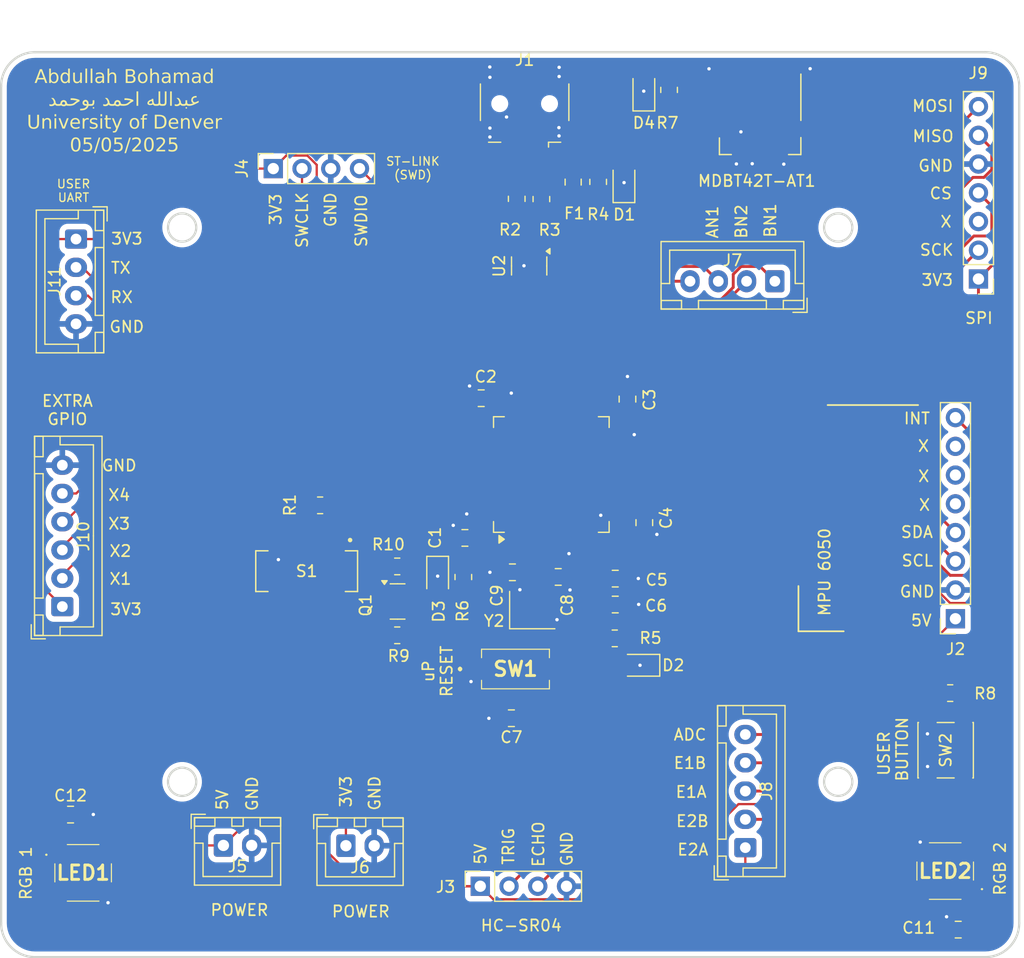
<source format=kicad_pcb>
(kicad_pcb (version 20241229) (generator "pcbnew") (generator_version "9.0")
  (layers (0 "F.Cu" signal) (2 "B.Cu" signal) (13 "F.Paste" user) (15 "B.Paste" user) (5 "F.SilkS" user "F.Silkscreen") (7 "B.SilkS" user "B.Silkscreen") (1 "F.Mask" user) (3 "B.Mask" user) (25 "Edge.Cuts" user))
  (net 0 "")
  (net 2 "/PS2_SCK")
  (net 3 "/PS2_MISO")
  (net 5 "/PS2_CS")
  (net 6 "/PS2_MOSI")
  (net 7 "Net-(U1-PA1)")
  (net 9 "/X4")
  (net 10 "/X3")
  (net 11 "/X1")
  (net 12 "/X2")
  (net 13 "/USER_TX")
  (net 16 "/USER_RX")
  (net 21 "/RESET")
  (net 28 "+3V3")
  (net 29 "GND")
  (net 33 "Net-(R1-Pad2)")
  (net 34 "/BOOT")
  (net 35 "/OSC_OUT")
  (net 36 "/OSC_IN")
  (net 37 "Net-(D1-A)")
  (net 39 "/D+")
  (net 40 "/D-")
  (net 41 "Net-(J1-VBUS)")
  (net 42 "/USB_CONN_D+")
  (net 43 "/USB_CONN_D-")
  (net 44 "Vusb")
  (net 45 "/USB_D+")
  (net 46 "/USB_D-")
  (net 47 "Net-(D2-A)")
  (net 48 "Net-(D3-A)")
  (net 49 "/USER_LED")
  (net 51 "+5V")
  (net 52 "/IMU_INT")
  (net 54 "/IMU_I2C_SCL")
  (net 56 "/IMU_I2C_SDA")
  (net 65 "Net-(D4-A)")
  (net 66 "/BL_WAKEUP")
  (net 67 "/BL_RX")
  (net 68 "/BL_TX")
  (net 69 "Net-(MDBT42T-AT1-INDICATOR)")
  (net 70 "/ULTRA_TRIG")
  (net 71 "/ULTRA_ECHO")
  (net 72 "/SWCLK")
  (net 73 "/SWDIO")
  (net 74 "/uBUTTON")
  (net 75 "/BN1")
  (net 76 "/AN1")
  (net 77 "/AN2")
  (net 78 "/BN2")
  (net 79 "/E2A")
  (net 80 "/E2B")
  (net 81 "/E1A")
  (net 82 "/E1B")
  (net 83 "/PWR_ADC")
  (net 84 "Net-(LED1-DOUT)")
  (net 85 "Net-(LED1-DIN)")
  (net 87 "/RGB_DIN")
  (footprint "Resistor_SMD:R_0805_2012Metric_Pad1.20x1.40mm_HandSolder" (layer "F.Cu") (at 137.68 42.715 -90)
    (property "Reference" "R2")
    (property "Value" "22")
  )
  (footprint "Package_QFP:LQFP-64_10x10mm_P0.5mm" (layer "F.Cu") (at 140.74 67.085 90)
    (property "Reference" "U1" (hide yes))
    (property "Value" "STM32F103RCTx")
  )
  (footprint "Resistor_SMD:R_0805_2012Metric_Pad1.20x1.40mm_HandSolder" (layer "F.Cu") (at 127.1175 81.3 180)
    (property "Reference" "R9")
    (property "Value" "10k")
  )
  (footprint "Resistor_SMD:R_0805_2012Metric_Pad1.20x1.40mm_HandSolder" (layer "F.Cu") (at 139.86 42.735 90)
    (property "Reference" "R3")
    (property "Value" "22")
  )
  (footprint "Capacitor_SMD:C_0805_2012Metric_Pad1.18x1.45mm_HandSolder" (layer "F.Cu") (at 98.2375 97.15)
    (property "Reference" "C12")
    (property "Value" "0.1uF")
  )
  (footprint "Connector_JST:JST_XH_B2B-XH-A_1x02_P2.50mm_Vertical" (layer "F.Cu") (at 122.58 99.9)
    (property "Reference" "J6")
    (property "Value" "CONN_3V3")
  )
  (footprint "Connector_PinHeader_2.54mm:PinHeader_1x07_P2.54mm_Vertical" (layer "F.Cu") (at 178.5 49.8 180)
    (property "Reference" "J9")
    (property "Value" "CONN_PS2")
  )
  (footprint "Connector_JST:JST_XH_B5B-XH-A_1x05_P2.50mm_Vertical" (layer "F.Cu") (at 157.89 100.07 90)
    (property "Reference" "J8")
    (property "Value" "CONN_HAL")
  )
  (footprint "Connector_PinSocket_2.54mm:PinSocket_1x08_P2.54mm_Vertical" (layer "F.Cu") (at 176.465 79.835 180)
    (property "Reference" "J2")
    (property "Value" "CONN_MPU6050")
  )
  (footprint "LED_SMD:LED_0805_2012Metric_Pad1.15x1.40mm_HandSolder" (layer "F.Cu") (at 148.92 33.085 90)
    (property "Reference" "D4")
    (property "Value" "BL_IND_LED")
  )
  (footprint "Package_TO_SOT_SMD:SOT-23" (layer "F.Cu") (at 127.1475 78.31)
    (property "Reference" "Q1")
    (property "Value" "BSS138")
  )
  (footprint "LED_SMD:LED_0805_2012Metric_Pad1.15x1.40mm_HandSolder" (layer "F.Cu") (at 130.69 76.18 -90)
    (property "Reference" "D3")
    (property "Value" "USER_LED")
  )
  (footprint "Resistor_SMD:R_0805_2012Metric_Pad1.20x1.40mm_HandSolder" (layer "F.Cu") (at 146.3475 81.57)
    (property "Reference" "R5")
    (property "Value" "10k")
  )
  (footprint "RGB_LED:INPI55TATPRPGPB" (layer "F.Cu") (at 99.35 102.3)
    (property "Reference" "LED1")
    (property "Value" "IN-PI55TATPRPGPB" (hide yes))
  )
  (footprint "Fuse:Fuse_0805_2012Metric_Pad1.15x1.40mm_HandSolder" (layer "F.Cu") (at 142.67 41.235 -90)
    (property "Reference" "F1")
    (property "Value" "PTCSMD")
  )
  (footprint "Capacitor_SMD:C_0805_2012Metric_Pad1.18x1.45mm_HandSolder" (layer "F.Cu") (at 137.3 75.73 180)
    (property "Reference" "C9")
    (property "Value" "22pF")
  )
  (footprint "Resistor_SMD:R_0805_2012Metric_Pad1.20x1.40mm_HandSolder" (layer "F.Cu") (at 127.1175 75.21 180)
    (property "Reference" "R10")
    (property "Value" "10k")
  )
  (footprint "Connector_PinSocket_2.54mm:PinSocket_1x04_P2.54mm_Vertical" (layer "F.Cu") (at 116.16 40.04 90)
    (property "Reference" "J4")
    (property "Value" "CONN_SWD")
  )
  (footprint "Resistor_SMD:R_0805_2012Metric_Pad1.20x1.40mm_HandSolder" (layer "F.Cu") (at 176 86.41)
    (property "Reference" "R8")
    (property "Value" "10k")
  )
  (footprint "Connector_JST:JST_XH_B4B-XH-A_1x04_P2.50mm_Vertical" (layer "F.Cu") (at 98.72 46.27 -90)
    (property "Reference" "J11")
    (property "Value" "CONN_UART")
  )
  (footprint "MDBT42T-AT:MDBT42T" (layer "F.Cu") (at 159.2 33.2)
    (property "Reference" "MDBT42T-AT1" (hide yes))
    (property "Value" "MDBT42T-AT" (hide yes))
  )
  (footprint "Capacitor_SMD:C_0805_2012Metric_Pad1.18x1.45mm_HandSolder" (layer "F.Cu") (at 134.54 60.34 180)
    (property "Reference" "C2")
    (property "Value" "0.1uF")
  )
  (footprint "Resistor_SMD:R_0805_2012Metric_Pad1.20x1.40mm_HandSolder" (layer "F.Cu") (at 132.96 76.15 -90)
    (property "Reference" "R6")
    (property "Value" "10k")
  )
  (footprint "Resistor_SMD:R_0805_2012Metric_Pad1.20x1.40mm_HandSolder" (layer "F.Cu") (at 151.15 33.085 90)
    (property "Reference" "R7")
    (property "Value" "10k")
  )
  (footprint "Capacitor_SMD:C_0805_2012Metric_Pad1.18x1.45mm_HandSolder" (layer "F.Cu") (at 148.96 71.34 -90)
    (property "Reference" "C4")
    (property "Value" "0.1uF")
  )
  (footprint "Package_TO_SOT_SMD:SOT-23-6" (layer "F.Cu") (at 138.78 48.6475 -90)
    (property "Reference" "U2")
    (property "Value" "USBLC6-2SC6")
  )
  (footprint "Capacitor_SMD:C_0805_2012Metric_Pad1.18x1.45mm_HandSolder" (layer "F.Cu") (at 146.39 76.29)
    (property "Reference" "C5")
    (property "Value" "0.1uF")
  )
  (footprint "Connector_PinSocket_2.54mm:PinSocket_1x04_P2.54mm_Vertical" (layer "F.Cu") (at 134.46 103.485 90)
    (property "Reference" "J3")
    (property "Value" "CONN_ULTRA")
  )
  (footprint "Connector_JST:JST_XH_B4B-XH-A_1x04_P2.50mm_Vertical" (layer "F.Cu") (at 160.5 50 180)
    (property "Reference" "J7")
    (property "Value" "CONN_DRIVE")
  )
  (footprint "Crystal:Crystal_SMD_Abracon_ABM8G-4Pin_3.2x2.5mm" (layer "F.Cu") (at 139.0525 79.07)
    (property "Reference" "Y2")
    (property "Value" "16MHz")
  )
  (footprint "SW_uP_Reset:SW_uP_Reset" (layer "F.Cu") (at 137.57 84.28)
    (property "Reference" "SW1")
    (property "Value" "SW_uP_Reset" (hide yes))
  )
  (footprint "Capacitor_SMD:C_0805_2012Metric_Pad1.18x1.45mm_HandSolder" (layer "F.Cu") (at 146.39 78.58)
    (property "Reference" "C6")
    (property "Value" "10uF")
  )
  (footprint "Connector_JST:JST_XH_B2B-XH-A_1x02_P2.50mm_Vertical" (layer "F.Cu") (at 111.75 99.875)
    (property "Reference" "J5")
    (property "Value" "CONN_5V")
  )
  (footprint "LED_SMD:LED_0805_2012Metric_Pad1.15x1.40mm_HandSolder" (layer "F.Cu") (at 148.4675 83.95 180)
    (property "Reference" "D2")
    (property "Value" "uP_PWR_LED")
  )
  (footprint "Capacitor_SMD:C_0805_2012Metric_Pad1.18x1.45mm_HandSolder" (layer "F.Cu") (at 133.1 72.69 180)
    (property "Reference" "C1")
    (property "Value" "0.1uF")
  )
  (footprint "RGB_LED:INPI55TATPRPGPB" (layer "F.Cu") (at 175.56 102.14 180)
    (property "Reference" "LED2")
    (property "Value" "IN-PI55TATPRPGPB" (hide yes))
  )
  (footprint "Capacitor_SMD:C_0805_2012Metric_Pad1.18x1.45mm_HandSolder" (layer "F.Cu") (at 141.35 76.14)
    (property "Reference" "C8")
    (property "Value" "22pF")
  )
  (footprint "Resistor_SMD:R_0805_2012Metric_Pad1.20x1.40mm_HandSolder" (layer "F.Cu") (at 120.3 69.81 180)
    (property "Reference" "R1")
    (property "Value" "10k")
  )
  (footprint "Connector_JST:JST_XH_B6B-XH-A_1x06_P2.50mm_Vertical" (layer "F.Cu") (at 97.51 78.76 90)
    (property "Reference" "J10")
    (property "Value" "CONN_TRACK")
  )
  (footprint "Capacitor_SMD:C_0805_2012Metric_Pad1.18x1.45mm_HandSolder" (layer "F.Cu") (at 147.47 60.42 90)
    (property "Reference" "C3")
    (property "Value" "0.1uF")
  )
  (footprint "Button_Switch_SMD:SW_SPST_PTS647_Sx50" (layer "F.Cu") (at 175.6 91.46 -90)
    (property "Reference" "SW2")
    (property "Value" "SW_USER")
  )
  (footprint "LED_SMD:LED_0805_2012Metric_Pad1.15x1.40mm_HandSolder" (layer "F.Cu") (at 147.16 41.185 90)
    (property "Reference" "D1")
    (property "Value" "USB_PWR_LED")
  )
  (footprint "SW_uP_Boot:SW_uP_Boot" (layer "F.Cu") (at 119.11 75.63 180)
    (property "Reference" "S1")
    (property "Value" "JS202011SCQN")
  )
  (footprint "Capacitor_SMD:C_0805_2012Metric_Pad1.18x1.45mm_HandSolder" (layer "F.Cu") (at 176.71 107.32 180)
    (property "Reference" "C11")
    (property "Value" "0.1uF")
  )
  (footprint "Connector_USB:USB_Mini-B_Lumberg_2486_01_Horizontal" (layer "F.Cu") (at 138.38 34.3 180)
    (property "Reference" "J1")
    (property "Value" "USB_B_Mini")
  )
  (footprint "Capacitor_SMD:C_0805_2012Metric_Pad1.18x1.45mm_HandSolder" (layer "F.Cu") (at 137.21 88.63 180)
    (property "Reference" "C7")
    (property "Value" "0.01uF")
  )
  (footprint "Resistor_SMD:R_0805_2012Metric_Pad1.20x1.40mm_HandSolder" (layer "F.Cu") (at 144.88 41.215 90)
    (property "Reference" "R4")
    (property "Value" "10k")
  )
  (gr_line (start 162.585 80.945) (end 166.585 80.945) (stroke (width 0.15)) (layer "F.SilkS"))
  (gr_line (start 162.585 80.945) (end 162.585 76.945) (stroke (width 0.15)) (layer "F.SilkS"))
  (gr_line (start 173.165 60.945) (end 165.165 60.945) (stroke (width 0.15)) (layer "F.SilkS"))
  (gr_arc (start 179.1 29.750001) (mid 181.22132 30.628681) (end 182.1 32.750001) (stroke (width 0.2)) (layer "Edge.Cuts"))
  (gr_arc (start 182.1 106.750001) (mid 181.22132 108.871321) (end 179.1 109.750001) (stroke (width 0.2)) (layer "Edge.Cuts"))
  (gr_line (start 179.1 29.750001) (end 95.100001 29.750001) (stroke (width 0.2)) (layer "Edge.Cuts"))
  (gr_circle (center 108.1 94.250001) (end 109.35 94.250001) (stroke (width 0.2)) (fill no) (layer "Edge.Cuts"))
  (gr_circle (center 108.1 45.250001) (end 109.35 45.250001) (stroke (width 0.2)) (fill no) (layer "Edge.Cuts"))
  (gr_line (start 179.1 109.750001) (end 95.100001 109.750001) (stroke (width 0.2)) (layer "Edge.Cuts"))
  (gr_arc (start 95.100001 109.750001) (mid 92.97868 108.871321) (end 92.1 106.75) (stroke (width 0.2)) (layer "Edge.Cuts"))
  (gr_arc (start 92.1 32.750002) (mid 92.97868 30.628681) (end 95.100001 29.750001) (stroke (width 0.2)) (layer "Edge.Cuts"))
  (gr_line (start 182.1 106.750001) (end 182.1 32.750001) (stroke (width 0.2)) (layer "Edge.Cuts"))
  (gr_circle (center 166.1 94.250001) (end 167.35 94.250001) (stroke (width 0.2)) (fill no) (layer "Edge.Cuts"))
  (gr_circle (center 166.1 45.250001) (end 167.35 45.250001) (stroke (width 0.2)) (fill no) (layer "Edge.Cuts"))
  (gr_line (start 92.1 106.75) (end 92.1 32.750002) (stroke (width 0.2)) (layer "Edge.Cuts"))
  (gr_text "5V" (at 111.65 95.84 90) (layer "F.SilkS") (effects (font (size 1 1))))
  (gr_text "X2" (at 102.65 73.85 0) (layer "F.SilkS") (effects (font (size 1 1))))
  (gr_text "ECHO" (at 139.6 99.77 90) (layer "F.SilkS") (effects (font (size 1 1))))
  (gr_text "E1B" (at 153 92.59 0) (layer "F.SilkS") (effects (font (size 1 1))))
  (gr_text "AN1" (at 154.98 44.77 90) (layer "F.SilkS") (effects (font (size 1 1))))
  (gr_text "X" (at 173.73 69.78 0) (layer "F.SilkS") (effects (font (size 1 1))))
  (gr_text "GND" (at 121.22 43.68 90) (layer "F.SilkS") (effects (font (size 1 1))))
  (gr_text "MOSI" (at 174.46 34.51 0) (layer "F.SilkS") (effects (font (size 1 1))))
  (gr_text "3V3" (at 103.22 46.24 0) (layer "F.SilkS") (effects (font (size 1 1))))
  (gr_text "E2A" (at 153.25 100.25 0) (layer "F.SilkS") (effects (font (size 1 1))))
  (gr_text "TX" (at 102.68 48.82 0) (layer "F.SilkS") (effects (font (size 1 1))))
  (gr_text "GND" (at 103.21 54.03 0) (layer "F.SilkS") (effects (font (size 1 1))))
  (gr_text "HC-SR04" (at 138.08 106.96 0) (layer "F.SilkS") (effects (font (size 1 1))))
  (gr_text "3V3" (at 116.37 43.65 90) (layer "F.SilkS") (effects (font (size 1 1))))
  (gr_text "E1A" (at 153.1 95.15 0) (layer "F.SilkS") (effects (font (size 1 1))))
  (gr_text "X" (at 175.63 44.74 0) (layer "F.SilkS") (effects (font (size 1 1))))
  (gr_text "RX" (at 102.75 51.41 0) (layer "F.SilkS") (effects (font (size 1 1))))
  (gr_text "X4" (at 102.54 68.9 0) (layer "F.SilkS") (effects (font (size 1 1))))
  (gr_text "SCL" (at 173.1 74.7 0) (layer "F.SilkS") (effects (font (size 1 1))))
  (gr_text "SDA" (at 173.06 72.18 0) (layer "F.SilkS") (effects (font (size 1 1))))
  (gr_text "POWER" (at 123.9 105.72 0) (layer "F.SilkS") (effects (font (size 1 1))))
  (gr_text "GND" (at 125.12 95.26 90) (layer "F.SilkS") (effects (font (size 1 1))))
  (gr_text "3V3" (at 174.86 49.89 0) (layer "F.SilkS") (effects (font (size 1 1))))
  (gr_text "GND" (at 114.29 95.3 90) (layer "F.SilkS") (effects (font (size 1 1))))
  (gr_text "Abdullah Bohamad\nعبدالله احمد بوحمد\nUniversity of Denver\n05/05/2025" (at 103 35 0) (layer "F.SilkS") (effects (font (size 1.2 1.2))))
  (gr_text "3V3" (at 103.14 79 0) (layer "F.SilkS") (effects (font (size 1 1))))
  (gr_text "MPU 6050" (at 165.485 79.685 90) (layer "F.SilkS") (effects (font (size 1 1)) (justify left bottom)))
  (gr_text "ADC" (at 153 90.09 0) (layer "F.SilkS") (effects (font (size 1 1))))
  (gr_text "uP \nRESET " (at 130.68 84.1 90) (layer "F.SilkS") (effects (font (size 1 1))))
  (gr_text "RGB 1" (at 94.29 102.33 90) (layer "F.SilkS") (effects (font (size 1 1))))
  (gr_text "5V" (at 173.45 79.99 0) (layer "F.SilkS") (effects (font (size 1 1))))
  (gr_text "INT" (at 173.06 62.13 0) (layer "F.SilkS") (effects (font (size 1 1))))
  (gr_text "SWDIO" (at 123.94 44.66 90) (layer "F.SilkS") (effects (font (size 1 1))))
  (gr_text "GND" (at 173.08 77.44 0) (layer "F.SilkS") (effects (font (size 1 1))))
  (gr_text "3V3" (at 122.58 95.11 90) (layer "F.SilkS") (effects (font (size 1 1))))
  (gr_text "SCK" (at 174.81 47.23 0) (layer "F.SilkS") (effects (font (size 1 1))))
  (gr_text "USER\nUART" (at 98.5 42 0) (layer "F.SilkS") (effects (font (size 0.75 0.75) (thickness 0.115))))
  (gr_text "TRIG" (at 136.95 99.95 90) (layer "F.SilkS") (effects (font (size 1 1))))
  (gr_text "EXTRA\nGPIO" (at 97.96 61.39 0) (layer "F.SilkS") (effects (font (size 1 1))))
  (gr_text "GND\n" (at 174.72 39.79 0) (layer "F.SilkS") (effects (font (size 1 1))))
  (gr_text "GND" (at 102.54 66.29 0) (layer "F.SilkS") (effects (font (size 1 1))))
  (gr_text "X3" (at 102.54 71.44 0) (layer "F.SilkS") (effects (font (size 1 1))))
  (gr_text "X1" (at 102.65 76.31 0) (layer "F.SilkS") (effects (font (size 1 1))))
  (gr_text "X" (at 173.66 67.24 0) (layer "F.SilkS") (effects (font (size 1 1))))
  (gr_text "CS" (at 175.17 42.23 0) (layer "F.SilkS") (effects (font (size 1 1))))
  (gr_text "USER \nBUTTON" (at 170.95 91.37 90) (layer "F.SilkS") (effects (font (size 1 1))))
  (gr_text "BN1" (at 160.1 44.63 90) (layer "F.SilkS") (effects (font (size 1 1))))
  (gr_text "MISO" (at 174.49 37.18 0) (layer "F.SilkS") (effects (font (size 1 1))))
  (gr_text "X" (at 173.64 64.57 0) (layer "F.SilkS") (effects (font (size 1 1))))
  (gr_text "SPI" (at 178.54 53.26 0) (layer "F.SilkS") (effects (font (size 1 1))))
  (gr_text "MDBT42T-AT1" (at 158.9 41.13 0) (layer "F.SilkS") (effects (font (size 1 1))))
  (gr_text "GND" (at 142.11 100.17 90) (layer "F.SilkS") (effects (font (size 1 1))))
  (gr_text "SWCLK" (at 118.71 44.6 90) (layer "F.SilkS") (effects (font (size 1 1))))
  (gr_text "ST-LINK\n(SWD)" (at 128.5 40 0) (layer "F.SilkS") (effects (font (size 0.75 0.75) (thickness 0.115))))
  (gr_text "5V" (at 134.48 100.64 90) (layer "F.SilkS") (effects (font (size 1 1))))
  (gr_text "POWER" (at 113.17 105.59 0) (layer "F.SilkS") (effects (font (size 1 1))))
  (gr_text "RGB 2" (at 180.4 101.94 90) (layer "F.SilkS") (effects (font (size 1 1))))
  (gr_text "E2B" (at 153.21 97.73 0) (layer "F.SilkS") (effects (font (size 1 1))))
  (gr_text "BN2" (at 157.54 44.72 90) (layer "F.SilkS") (effects (font (size 1 1))))
  (segment (start 177 56) (end 174 56) (width 0.254) (layer "F.Cu") (net 2))
  (segment (start 146.737433 60.542) (end 144.766433 62.513) (width 0.254) (layer "F.Cu") (net 2))
  (segment (start 144.245992 62.513) (end 143.99 62.257008) (width 0.254) (layer "F.Cu") (net 2))
  (segment (start 178.5 47.26) (end 177 48.76) (width 0.254) (layer "F.Cu") (net 2))
  (segment (start 143.99 62.257008) (end 143.99 61.41) (width 0.254) (layer "F.Cu") (net 2))
  (segment (start 177 48.76) (end 177 56) (width 0.254) (layer "F.Cu") (net 2))
  (segment (start 144.766433 62.513) (end 144.245992 62.513) (width 0.254) (layer "F.Cu") (net 2))
  (segment (start 168.9975 61.0025) (end 162 61.0025) (width 0.254) (layer "F.Cu") (net 2))
  (segment (start 161.5395 60.542) (end 146.737433 60.542) (width 0.254) (layer "F.Cu") (net 2))
  (segment (start 162 61.0025) (end 161.5395 60.542) (width 0.254) (layer "F.Cu") (net 2))
  (segment (start 174 56) (end 168.9975 61.0025) (width 0.254) (layer "F.Cu") (net 2))
  (segment (start 179.678 40.127944) (end 179.678 38.278) (width 0.254) (layer "F.Cu") (net 3))
  (segment (start 178.012056 40.818) (end 178.987944 40.818) (width 0.254) (layer "F.Cu") (net 3))
  (segment (start 179.678 38.278) (end 178.5 37.1) (width 0.254) (layer "F.Cu") (net 3))
  (segment (start 170.5 56.5) (end 170.5 48.330056) (width 0.254) (layer "F.Cu") (net 3))
  (segment (start 178.987944 40.818) (end 179.678 40.127944) (width 0.254) (layer "F.Cu") (net 3))
  (segment (start 147.5 56.5) (end 170.5 56.5) (width 0.254) (layer "F.Cu") (net 3))
  (segment (start 170.5 48.330056) (end 178.012056 40.818) (width 0.254) (layer "F.Cu") (net 3))
  (segment (start 143.49 61.41) (end 143.49 60.51) (width 0.254) (layer "F.Cu") (net 3))
  (segment (start 143.49 60.51) (end 147.5 56.5) (width 0.254) (layer "F.Cu") (net 3))
  (segment (start 173.5 55.5) (end 168.5 60.5) (width 0.254) (layer "F.Cu") (net 5))
  (segment (start 168 60) (end 149 60) (width 0.254) (layer "F.Cu") (net 5))
  (segment (start 168.5 60.5) (end 168 60) (width 0.254) (layer "F.Cu") (net 5))
  (segment (start 179.678 45.822) (end 179.5 46) (width 0.254) (layer "F.Cu") (net 5))
  (segment (start 149 59.061873) (end 147.730127 57.792) (width 0.254) (layer "F.Cu") (net 5))
  (segment (start 178.094056 46) (end 175.5 48.594056) (width 0.254) (layer "F.Cu") (net 5))
  (segment (start 147.730127 57.792) (end 147.208 57.792) (width 0.254) (layer "F.Cu") (net 5))
  (segment (start 149 60) (end 149 59.061873) (width 0.254) (layer "F.Cu") (net 5))
  (segment (start 178.5 42.18) (end 179.678 43.358) (width 0.254) (layer "F.Cu") (net 5))
  (segment (start 147.208 57.792) (end 144.49 60.51) (width 0.254) (layer "F.Cu") (net 5))
  (segment (start 144.49 60.51) (end 144.49 61.41) (width 0.254) (layer "F.Cu") (net 5))
  (segment (start 175.5 55.5) (end 173.5 55.5) (width 0.254) (layer "F.Cu") (net 5))
  (segment (start 179.678 43.358) (end 179.678 45.822) (width 0.254) (layer "F.Cu") (net 5))
  (segment (start 179.5 46) (end 178.094056 46) (width 0.254) (layer "F.Cu") (net 5))
  (segment (start 175.5 48.594056) (end 175.5 55.5) (width 0.254) (layer "F.Cu") (net 5))
  (segment (start 166 54) (end 169 51) (width 0.254) (layer "F.Cu") (net 6))
  (segment (start 142.99 60.366533) (end 149.356533 54) (width 0.254) (layer "F.Cu") (net 6))
  (segment (start 149.356533 54) (end 166 54) (width 0.254) (layer "F.Cu") (net 6))
  (segment (start 142.99 61.41) (end 142.99 60.366533) (width 0.254) (layer "F.Cu") (net 6))
  (segment (start 169 44.06) (end 178.5 34.56) (width 0.254) (layer "F.Cu") (net 6))
  (segment (start 169 51) (end 169 44.06) (width 0.254) (layer "F.Cu") (net 6))
  (segment (start 143.99 72.76) (end 144.49 72.76) (width 0.254) (layer "F.Cu") (net 7))
  (segment (start 98.74 68.76) (end 102.165 65.335) (width 0.2) (layer "F.Cu") (net 9))
  (segment (start 97.51 68.76) (end 98.74 68.76) (width 0.2) (layer "F.Cu") (net 9))
  (segment (start 102.165 65.335) (end 135.065 65.335) (width 0.2) (layer "F.Cu") (net 9))
  (segment (start 103.165 65.835) (end 135.065 65.835) (width 0.2) (layer "F.Cu") (net 10))
  (segment (start 97.51 71.26) (end 97.74 71.26) (width 0.2) (layer "F.Cu") (net 10))
  (segment (start 97.74 71.26) (end 103.165 65.835) (width 0.2) (layer "F.Cu") (net 10))
  (segment (start 106.665 66.835) (end 135.065 66.835) (width 0.2) (layer "F.Cu") (net 11))
  (segment (start 97.51 76.26) (end 97.51 75.99) (width 0.2) (layer "F.Cu") (net 11))
  (segment (start 97.51 75.99) (end 106.665 66.835) (width 0.2) (layer "F.Cu") (net 11))
  (segment (start 104.665 66.335) (end 135.065 66.335) (width 0.2) (layer "F.Cu") (net 12))
  (segment (start 97.51 73.76) (end 97.51 73.49) (width 0.2) (layer "F.Cu") (net 12))
  (segment (start 97.51 73.49) (end 104.665 66.335) (width 0.2) (layer "F.Cu") (net 12))
  (segment (start 114.835 64.335) (end 135.065 64.335) (width 0.2) (layer "F.Cu") (net 13))
  (segment (start 99.27 48.77) (end 114.835 64.335) (width 0.2) (layer "F.Cu") (net 13))
  (segment (start 98.72 48.77) (end 99.27 48.77) (width 0.2) (layer "F.Cu") (net 13))
  (segment (start 99.77 51.27) (end 112.5 64) (width 0.2) (layer "F.Cu") (net 16))
  (segment (start 112.5 64) (end 113.384 64.884) (width 0.2) (layer "F.Cu") (net 16))
  (segment (start 113.384 64.884) (end 134.5 64.884) (width 0.2) (layer "F.Cu") (net 16))
  (segment (start 98.72 51.27) (end 99.77 51.27) (width 0.2) (layer "F.Cu") (net 16))
  (segment (start 140.92 84.28) (end 141.875028 83.324972) (width 0.2) (layer "F.Cu") (net 21))
  (segment (start 141.875028 83.324972) (end 141.875028 77.624971) (width 0.2) (layer "F.Cu") (net 21))
  (segment (start 140.92 85.9575) (end 138.2475 88.63) (width 0.2) (layer "F.Cu") (net 21))
  (segment (start 141.875028 77.624971) (end 141.201 76.950943) (width 0.2) (layer "F.Cu") (net 21))
  (segment (start 139.99 73.568824) (end 139.99 72.76) (width 0.2) (layer "F.Cu") (net 21))
  (segment (start 140.92 84.28) (end 140.92 85.9575) (width 0.2) (layer "F.Cu") (net 21))
  (segment (start 141.201 76.950943) (end 141.201 74.779824) (width 0.2) (layer "F.Cu") (net 21))
  (segment (start 141.201 74.779824) (end 139.99 73.568824) (width 0.2) (layer "F.Cu") (net 21))
  (segment (start 129.5 80) (end 127.583532 80) (width 0.254) (layer "F.Cu") (net 28))
  (segment (start 129.5 74.745658) (end 129.5 80) (width 0.254) (layer "F.Cu") (net 28))
  (segment (start 147.295 63.335) (end 147.47 63.16) (width 0.254) (layer "F.Cu") (net 28))
  (segment (start 127.306532 78.911) (end 126.21 77.814468) (width 0.2) (layer "F.Cu") (net 28))
  (segment (start 134.1375 72.69) (end 133.0845 73.743) (width 0.254) (layer "F.Cu") (net 28))
  (segment (start 133.78 71.21) (end 133.78 72.3325) (width 0.254) (layer "F.Cu") (net 28))
  (segment (start 146.415 69.835) (end 148.4925 69.835) (width 0.254) (layer "F.Cu") (net 28))
  (segment (start 117.311 38.889) (end 119.17676 38.889) (width 0.2) (layer "F.Cu") (net 28))
  (segment (start 121.61 73.89) (end 121.61 72.88) (width 0.2) (layer "F.Cu") (net 28))
  (segment (start 107.46 40.04) (end 116.16 40.04) (width 0.2) (layer "F.Cu") (net 28))
  (segment (start 145.3525 78.58) (end 145.3525 76.29) (width 0.508) (layer "F.Cu") (net 28))
  (segment (start 147.47 61.4575) (end 172.5425 61.4575) (width 0.254) (layer "F.Cu") (net 28))
  (segment (start 135.6475 60.27) (end 135.5775 60.34) (width 0.254) (layer "F.Cu") (net 28))
  (segment (start 147.47 63.16) (end 147.47 61.4575) (width 0.254) (layer "F.Cu") (net 28))
  (segment (start 133.0845 73.743) (end 130.502658 73.743) (width 0.254) (layer "F.Cu") (net 28))
  (segment (start 127.2165 82.2835) (end 126 83.5) (width 0.2) (layer "F.Cu") (net 28))
  (segment (start 98.72 46.27) (end 101.23 46.27) (width 0.2) (layer "F.Cu") (net 28))
  (segment (start 142.99 71.5) (end 142.99 70.305) (width 0.254) (layer "F.Cu") (net 28))
  (segment (start 180.962648 47.337352) (end 180.962648 32.951559) (width 0.254) (layer "F.Cu") (net 28))
  (segment (start 126.21 77.814468) (end 126.21 77.36) (width 0.2) (layer "F.Cu") (net 28))
  (segment (start 127.583532 80) (end 127.235591 79.652059) (width 0.254) (layer "F.Cu") (net 28))
  (segment (start 127.306532 79.542936) (end 127.306532 78.911) (width 0.2) (layer "F.Cu") (net 28))
  (segment (start 126.21 75.975) (end 126.21 77.36) (width 0.2) (layer "F.Cu") (net 28))
  (segment (start 142.99 70.305) (end 142.52 69.835) (width 0.254) (layer "F.Cu") (net 28))
  (segment (start 120 44.27) (end 136 60.27) (width 0.2) (layer "F.Cu") (net 28))
  (segment (start 142.99 72.76) (end 142.99 71.5) (width 0.254) (layer "F.Cu") (net 28))
  (segment (start 119.17676 38.889) (end 120 39.71224) (width 0.2) (layer "F.Cu") (net 28))
  (segment (start 136 60.27) (end 135.6475 60.27) (width 0.254) (layer "F.Cu") (net 28))
  (segment (start 122.58 84.42) (end 122.58 99.9) (width 0.2) (layer "F.Cu") (net 28))
  (segment (start 136.99 61.41) (end 136.99 60.6) (width 0.254) (layer "F.Cu") (net 28))
  (segment (start 123 84) (end 122.58 84.42) (width 0.2) (layer "F.Cu") (net 28))
  (segment (start 126.1175 75.21) (end 126.1175 75.8825) (width 0.2) (layer "F.Cu") (net 28))
  (segment (start 144.93 69.385) (end 144.48 69.835) (width 0.254) (layer "F.Cu") (net 28))
  (segment (start 142.99 73.9275) (end 145.3525 76.29) (width 0.254) (layer "F.Cu") (net 28))
  (segment (start 175 93.44616) (end 176.71484 95.161) (width 0.2) (layer "F.Cu") (net 28))
  (segment (start 175 86.41) (end 175 93.44616) (width 0.2) (layer "F.Cu") (net 28))
  (segment (start 130.502658 73.743) (end 129.5 74.745658) (width 0.254) (layer "F.Cu") (net 28))
  (segment (start 180.962648 32.951559) (end 162.504441 32.951559) (width 0.254) (layer "F.Cu") (net 28))
  (segment (start 145.155 63.335) (end 144.93 63.56) (width 0.254) (layer "F.Cu") (net 28))
  (segment (start 172.5425 61.4575) (end 178.5 55.5) (width 0.254) (layer "F.Cu") (net 28))
  (segment (start 136.99 60.6) (end 136.66 60.27) (width 0.254) (layer "F.Cu") (net 28))
  (segment (start 121.61 72.88) (end 123.7875 72.88) (width 0.2) (layer "F.Cu") (net 28))
  (segment (start 93.5 74.75) (end 93.5 46.299) (width 0.2) (layer "F.Cu") (net 28))
  (segment (start 133.78 72.3325) (end 134.1375 72.69) (width 0.254) (layer "F.Cu") (net 28))
  (segment (start 160.6 34.856) (end 160.6 38.4) (width 0.254) (layer "F.Cu") (net 28))
  (segment (start 93.471 46.27) (end 98.72 46.27) (width 0.2) (layer "F.Cu") (net 28))
  (segment (start 127.2165 79.632968) (end 127.2165 82.2835) (width 0.2) (layer "F.Cu") (net 28))
  (segment (start 144.48 69.835) (end 142.52 69.835) (width 0.254) (layer "F.Cu") (net 28))
  (segment (start 142.52 69.835) (end 141.52 70.835) (width 0.254) (layer "F.Cu") (net 28))
  (segment (start 162.504441 32.951559) (end 160.6 34.856) (width 0.254) (layer "F.Cu") (net 28))
  (segment (start 144.93 63.56) (end 144.93 69.385) (width 0.254) (layer "F.Cu") (net 28))
  (segment (start 93.5 46.299) (end 93.471 46.27) (width 0.2) (layer "F.Cu") (net 28))
  (segment (start 138.06 63.56) (end 136.99 62.49) (width 0.254) (layer "F.Cu") (net 28))
  (segment (start 177.839 95.161) (end 178.5 94.5) (width 0.2) (layer "F.Cu") (net 28))
  (segment (start 101.23 46.27) (end 107.46 40.04) (width 0.2) (layer "F.Cu") (net 28))
  (segment (start 127.2165 79.632968) (end 127.306532 79.542936) (width 0.2) (layer "F.Cu") (net 28))
  (segment (start 123.7875 72.88) (end 126.1175 75.21) (width 0.2) (layer "F.Cu") (net 28))
  (segment (start 148.4925 69.835) (end 148.96 70.3025) (width 0.254) (layer "F.Cu") (net 28))
  (segment (start 141.52 70.835) (end 135.065 70.835) (width 0.254) (layer "F.Cu") (net 28))
  (segment (start 97.51 78.76) (end 93.5 74.75) (width 0.2) (layer "F.Cu") (net 28))
  (segment (start 176.71484 95.161) (end 177.839 95.161) (width 0.2) (layer "F.Cu") (net 28))
  (segment (start 142.99 72.76) (end 142.99 73.9275) (width 0.254) (layer "F.Cu") (net 28))
  (segment (start 145.3475 78.585) (end 145.3525 78.58) (width 0.508) (layer "F.Cu") (net 28))
  (segment (start 160.5 38.3) (end 160.6 38.4) (width 0.2) (layer "F.Cu") (net 28))
  (segment (start 145.3475 81.57) (end 145.3475 78.585) (width 0.508) (layer "F.Cu") (net 28))
  (segment (start 126 83.5) (end 123 83.5) (width 0.2) (layer "F.Cu") (net 28))
  (segment (start 116.16 40.04) (end 117.311 38.889) (width 0.2) (layer "F.Cu") (net 28))
  (segment (start 178.5 49.8) (end 180.962648 47.337352) (width 0.254) (layer "F.Cu") (net 28))
  (segment (start 120 39.71224) (end 120 44.27) (width 0.2) (layer "F.Cu") (net 28))
  (segment (start 134.155 70.835) (end 133.78 71.21) (width 0.254) (layer "F.Cu") (net 28))
  (segment (start 146.415 63.335) (end 147.295 63.335) (width 0.254) (layer "F.Cu") (net 28))
  (segment (start 144.93 63.56) (end 138.06 63.56) (width 0.254) (layer "F.Cu") (net 28))
  (segment (start 136.99 62.49) (end 136.99 61.41) (width 0.254) (layer "F.Cu") (net 28))
  (segment (start 123 83.5) (end 123 84) (width 0.2) (layer "F.Cu") (net 28))
  (segment (start 146.415 69.835) (end 144.48 69.835) (width 0.254) (layer "F.Cu") (net 28))
  (segment (start 135.065 70.835) (end 134.155 70.835) (width 0.254) (layer "F.Cu") (net 28))
  (segment (start 146.415 63.335) (end 145.155 63.335) (width 0.254) (layer "F.Cu") (net 28))
  (segment (start 136.66 60.27) (end 136 60.27) (width 0.254) (layer "F.Cu") (net 28))
  (segment (start 126.1175 75.8825) (end 126.21 75.975) (width 0.2) (layer "F.Cu") (net 28))
  (segment (start 178.5 94.5) (end 178.5 55.5) (width 0.2) (layer "F.Cu") (net 28))
  (segment (start 178.5 55.5) (end 178.5 49.8) (width 0.254) (layer "F.Cu") (net 28))
  (segment (start 145.465 70.335) (end 145.11 70.69) (width 0.254) (layer "F.Cu") (net 29))
  (segment (start 137.96 77.27) (end 137.96 78.2125) (width 0.508) (layer "F.Cu") (net 29))
  (segment (start 148.43 76.28) (end 147.4375 76.28) (width 0.508) (layer "F.Cu") (net 29))
  (segment (start 173.36 99.59) (end 173.35 99.58) (width 0.508) (layer "F.Cu") (net 29))
  (segment (start 135.31 75.73) (end 136.2625 75.73) (width 0.508) (layer "F.Cu") (net 29))
  (segment (start 161.3 39.64) (end 161.29 39.65) (width 0.381) (layer "F.Cu") (net 29))
  (segment (start 175.6725 106.1875) (end 175.68 106.18) (width 0.508) (layer "F.Cu") (net 29))
  (segment (start 100.24 97.15) (end 100.25 97.14) (width 0.508) (layer "F.Cu") (net 29))
  (segment (start 135.065 70.335) (end 133.495 70.335) (width 0.254) (layer "F.Cu") (net 29))
  (segment (start 156.462056 36.7915) (end 156.353556 36.9) (width 0.381) (layer "F.Cu") (net 29))
  (segment (start 174 88.835) (end 174 90) (width 0.508) (layer "F.Cu") (net 29))
  (segment (start 161.3 38.4) (end 161.3 39.64) (width 0.381) (layer "F.Cu") (net 29))
  (segment (start 173.36 100.54) (end 173.36 99.59) (width 0.508) (layer "F.Cu") (net 29))
  (segment (start 137.96 78.2125) (end 137.9525 78.22) (width 0.508) (layer "F.Cu") (net 29))
  (segment (start 147.4375 78.57) (end 147.4275 78.58) (width 0.508) (layer "F.Cu") (net 29))
  (segment (start 141.24 79.92) (end 140.1525 79.92) (width 0.508) (layer "F.Cu") (net 29))
  (segment (start 136.1725 88.63) (end 135.23 88.63) (width 0.508) (layer "F.Cu") (net 29))
  (segment (start 138.78 48.17) (end 138.32 48.63) (width 0.254) (layer "F.Cu") (net 29))
  (segment (start 148.92 34.11) (end 148.92 33.205) (width 0.508) (layer "F.Cu") (net 29))
  (segment (start 138.78 47.51) (end 138.78 48.17) (width 0.254) (layer "F.Cu") (net 29))
  (segment (start 135.23 88.63) (end 135.22 88.64) (width 0.508) (layer "F.Cu") (net 29))
  (segment (start 133.51 60.3325) (end 133.5025 60.34) (width 0.508) (layer "F.Cu") (net 29))
  (segment (start 137.49 61.41) (end 137.49 60.18) (width 0.254) (layer "F.Cu") (net 29))
  (segment (start 133.495 70.335) (end 133.26 70.57) (width 0.254) (layer "F.Cu") (net 29))
  (segment (start 142.39 76.1425) (end 142.3875 76.14) (width 0.508) (layer "F.Cu") (net 29))
  (segment (start 137.49 60.18) (end 137.2 59.89) (width 0.254) (layer "F.Cu") (net 29))
  (segment (start 132.07 71.58) (end 132.07 72.6825) (width 0.508) (layer "F.Cu") (net 29))
  (segment (start 146.415 63.835) (end 147.795 63.835) (width 0.254) (layer "F.Cu") (net 29))
  (segment (start 132.07 72.6825) (end 132.0625 72.69) (width 0.508) (layer "F.Cu") (net 29))
  (segment (start 125.18 100) (end 125.08 99.9) (width 0.2) (layer "F.Cu") (net 29))
  (segment (start 156 31.2) (end 155.98 31.22) (width 0.381) (layer "F.Cu") (net 29))
  (segment (start 147.795 63.835) (end 148.07 63.56) (width 0.254) (layer "F.Cu") (net 29))
  (segment (start 133.64 85.39) (end 133.64 84.86) (width 0.508) (layer "F.Cu") (net 29))
  (segment (start 174 94.085) (end 174 92.9) (width 0.508) (layer "F.Cu") (net 29))
  (segment (start 136.78 37) (end 136.78 35.48) (width 0.381) (layer "F.Cu") (net 29))
  (segment (start 116.61 74.61) (end 116.61 72.88) (width 0.508) (layer "F.Cu") (net 29))
  (segment (start 155.98 31.22) (end 154.68 31.22) (width 0.381) (layer "F.Cu") (net 29))
  (segment (start 147.17 42.2) (end 147.16 42.21) (width 0.508) (layer "F.Cu") (net 29))
  (segment (start 174 90) (end 173.99 90.01) (width 0.508) (layer "F.Cu") (net 29))
  (segment (start 142.39 77.29) (end 142.39 76.1425) (width 0.508) (layer "F.Cu") (net 29))
  (segment (start 148.9625 72.38) (end 148.96 72.3775) (width 0.508) (layer "F.Cu") (net 29))
  (segment (start 130.69 76.07) (end 130.69 75.155) (width 0.508) (layer "F.Cu") (net 29))
  (segment (start 157.1 38.4) (end 157.1 39.63) (width 0.381) (layer "F.Cu") (net 29))
  (segment (start 158.5 38.4) (end 158.5 39.61) (width 0.381) (layer "F.Cu") (net 29))
  (segment (start 147.47 58.42) (end 147.47 59.3825) (width 0.508) (layer "F.Cu") (net 29))
  (segment (start 142.49 72.76) (end 142.49 73.89) (width 0.254) (layer "F.Cu") (net 29))
  (segment (start 133.51 59.26) (end 133.51 60.3325) (width 0.508) (layer "F.Cu") (net 29))
  (segment (start 156.353556 36.9) (end 156 36.9) (width 0.381) (layer "F.Cu") (net 29))
  (segment (start 148.58 83.95) (end 149.4925 83.95) (width 0.508) (layer "F.Cu") (net 29))
  (segment (start 175.6725 107.32) (end 175.6725 106.1875) (width 0.508) (layer "F.Cu") (net 29))
  (segment (start 147.17 41.28) (end 147.17 42.2) (width 0.508) (layer "F.Cu") (net 29))
  (segment (start 133.64 84.86) (end 134.22 84.28) (width 0.508) (layer "F.Cu") (net 29))
  (segment (start 101.55 103.9) (end 101.55 104.94) (width 0.508) (layer "F.Cu") (net 29))
  (segment (start 142.49 73.89) (end 142.3 74.08) (width 0.254) (layer "F.Cu") (net 29))
  (segment (start 147.4375 76.28) (end 147.4275 76.29) (width 0.508) (layer "F.Cu") (net 29))
  (segment (start 157.5 36.7915) (end 156.462056 36.7915) (width 0.381) (layer "F.Cu") (net 29))
  (segment (start 146.415 70.335) (end 145.465 70.335) (width 0.254) (layer "F.Cu") (net 29))
  (segment (start 148.46 78.57) (end 147.4375 78.57) (width 0.508) (layer "F.Cu") (net 29))
  (segment (start 148.92 33.205) (end 148.91 33.195) (width 0.508) (layer "F.Cu") (net 29))
  (segment (start 162.4 31.2) (end 163.61 31.2) (width 0.381) (layer "F.Cu") (net 29))
  (segment (start 150.07 72.38) (end 148.9625 72.38) (width 0.508) (layer "F.Cu") (net 29))
  (segment (start 163.61 31.2) (end 163.62 31.21) (width 0.381) (layer "F.Cu") (net 29))
  (segment (start 99.275 97.15) (end 100.24 97.15) (width 0.508) (layer "F.Cu") (net 29))
  (via (at 135.3 31.06) (size 0.6) (drill 0.3) (layers "F.Cu" "B.Cu") (net 29))
  (via (at 135.31 31.97) (size 0.6) (drill 0.3) (layers "F.Cu" "B.Cu") (net 29))
  (via (at 138.32 48.63) (size 0.6) (drill 0.3) (layers "F.Cu" "B.Cu") (net 29))
  (via (at 101.55 104.94) (size 0.6) (drill 0.3) (layers "F.Cu" "B.Cu") (net 29))
  (via (at 136.78 35.48) (size 0.6) (drill 0.3) (layers "F.Cu" "B.Cu") (net 29))
  (via (at 137.2 59.89) (size 0.6) (drill 0.3) (layers "F.Cu" "B.Cu") (net 29))
  (via (at 135.31 36.46) (size 0.6) (drill 0.3) (layers "F.Cu" "B.Cu") (net 29))
  (via (at 100.25 97.14) (size 0.6) (drill 0.3) (layers "F.Cu" "B.Cu") (net 29))
  (via (at 148.43 76.28) (size 0.6) (drill 0.3) (layers "F.Cu" "B.Cu") (net 29))
  (via (at 133.26 70.57) (size 0.6) (drill 0.3) (layers "F.Cu" "B.Cu") (net 29))
  (via (at 161.29 39.65) (size 0.6) (drill 0.3) (layers "F.Cu" "B.Cu") (net 29))
  (via (at 157.1 39.63) (size 0.6) (drill 0.3) (layers "F.Cu" "B.Cu") (net 29))
  (via (at 135.31 75.73) (size 0.6) (drill 0.3) (layers "F.Cu" "B.Cu") (net 29))
  (via (at 141.24 79.92) (size 0.6) (drill 0.3) (layers "F.Cu" "B.Cu") (net 29))
  (via (at 116.61 74.61) (size 0.6) (drill 0.3) (layers "F.Cu" "B.Cu") (net 29))
  (via (at 163.62 31.21) (size 0.6) (drill 0.3) (layers "F.Cu" "B.Cu") (net 29))
  (via (at 150.07 72.38) (size 0.6) (drill 0.3) (layers "F.Cu" "B.Cu") (net 29))
  (via (at 174 92.9) (size 0.6) (drill 0.3) (layers "F.Cu" "B.Cu") (net 29))
  (via (at 132.07 71.58) (size 0.6) (drill 0.3) (layers "F.Cu" "B.Cu") (net 29))
  (via (at 133.64 85.39) (size 0.6) (drill 0.3) (layers "F.Cu" "B.Cu") (net 29))
  (via (at 141.41 36.42) (size 0.6) (drill 0.3) (layers "F.Cu" "B.Cu") (net 29))
  (via (at 145.11 70.69) (size 0.6) (drill 0.3) (layers "F.Cu" "B.Cu") (net 29))
  (via (at 173.35 99.58) (size 0.6) (drill 0.3) (layers "F.Cu" "B.Cu") (net 29))
  (via (at 154.68 31.22) (size 0.6) (drill 0.3) (layers "F.Cu" "B.Cu") (net 29))
  (via (at 148.58 83.95) (size 0.6) (drill 0.3) (layers "F.Cu" "B.Cu") (net 29))
  (via (at 135.22 88.64) (size 0.6) (drill 0.3) (layers "F.Cu" "B.Cu") (net 29))
  (via (at 141.42 37.15) (size 0.6) (drill 0.3) (layers "F.Cu" "B.Cu") (net 29))
  (via (at 141.43 31.9) (size 0.6) (drill 0.3) (layers "F.Cu" "B.Cu") (net 29))
  (via (at 141.43 31.09) (size 0.6) (drill 0.3) (layers "F.Cu" "B.Cu") (net 29))
  (via (at 158.5 39.61) (size 0.6) (drill 0.3) (layers "F.Cu" "B.Cu") (net 29))
  (via (at 175.68 106.18) (size 0.6) (drill 0.3) (layers "F.Cu" "B.Cu") (net 29))
  (via (at 148.46 78.57) (size 0.6) (drill 0.3) (layers "F.Cu" "B.Cu") (net 29))
  (via (at 137.96 77.27) (size 0.6) (drill 0.3) (layers "F.Cu" "B.Cu") (net 29))
  (via (at 148.07 63.56) (size 0.6) (drill 0.3) (layers "F.Cu" "B.Cu") (net 29))
  (via (at 148.91 33.195) (size 0.6) (drill 0.3) (layers "F.Cu" "B.Cu") (net 29))
  (via (at 157.5 36.7915) (size 0.6) (drill 0.3) (layers "F.Cu" "B.Cu") (net 29))
  (via (at 130.69 76.07) (size 0.6) (drill 0.3) (layers "F.Cu" "B.Cu") (net 29))
  (via (at 133.51 59.26) (size 0.6) (drill 0.3) (layers "F.Cu" "B.Cu") (net 29))
  (via (at 142.39 77.29) (size 0.6) (drill 0.3) (layers "F.Cu" "B.Cu") (net 29))
  (via (at 173.99 90.01) (size 0.6) (drill 0.3) (layers "F.Cu" "B.Cu") (net 29))
  (via (at 142.3 74.08) (size 0.6) (drill 0.3) (layers "F.Cu" "B.Cu") (net 29))
  (via (at 147.47 58.42) (size 0.6) (drill 0.3) (layers "F.Cu" "B.Cu") (net 29))
  (via (at 135.31 37.25) (size 0.6) (drill 0.3) (layers "F.Cu" "B.Cu") (net 29))
  (via (at 147.17 41.28) (size 0.6) (drill 0.3) (layers "F.Cu" "B.Cu") (net 29))
  (segment (start 119.3 69.81) (end 119.3 72.69) (width 0.2) (layer "F.Cu") (net 33))
  (segment (start 119.3 72.69) (end 119.11 72.88) (width 0.2) (layer "F.Cu") (net 33))
  (segment (start 121.3 69.81) (end 122.275 68.835) (width 0.2) (layer "F.Cu") (net 34))
  (segment (start 122.275 68.835) (end 135.065 68.835) (width 0.2) (layer "F.Cu") (net 34))
  (segment (start 140.3125 75.0325) (end 140.3125 76.14) (width 0.254) (layer "F.Cu") (net 35))
  (segment (start 139.49 74.21) (end 140.3125 75.0325) (width 0.254) (layer "F.Cu") (net 35))
  (segment (start 140.3125 78.06) (end 140.1525 78.22) (width 0.254) (layer "F.Cu") (net 35))
  (segment (start 139.49 72.76) (end 139.49 74.21) (width 0.254) (layer "F.Cu") (net 35))
  (segment (start 140.3125 76.14) (end 140.3125 78.06) (width 0.254) (layer "F.Cu") (net 35))
  (segment (start 138.69 79.92) (end 139.03 79.58) (width 0.254) (layer "F.Cu") (net 36))
  (segment (start 137.9525 79.92) (end 138.69 79.92) (width 0.254) (layer "F.Cu") (net 36))
  (segment (start 138.99 73.83) (end 138.41 74.41) (width 0.254) (layer "F.Cu") (net 36))
  (segment (start 139.03 76.4225) (end 138.3375 75.73) (width 0.254) (layer "F.Cu") (net 36))
  (segment (start 138.41 74.41) (end 138.41 75.6575) (width 0.254) (layer "F.Cu") (net 36))
  (segment (start 139.03 79.58) (end 139.03 76.4225) (width 0.254) (layer "F.Cu") (net 36))
  (segment (start 138.99 72.76) (end 138.99 73.83) (width 0.254) (layer "F.Cu") (net 36))
  (segment (start 138.41 75.6575) (end 138.3375 75.73) (width 0.254) (layer "F.Cu") (net 36))
  (segment (start 147.105 40.215) (end 144.88 40.215) (width 0.508) (layer "F.Cu") (net 37))
  (segment (start 147.16 40.16) (end 147.105 40.215) (width 0.508) (layer "F.Cu") (net 37))
  (segment (start 138.555 38.675001) (end 138.555 40.095) (width 0.2) (layer "F.Cu") (net 39))
  (segment (start 138.38 38.500001) (end 138.555 38.675001) (width 0.2) (layer "F.Cu") (net 39))
  (segment (start 138.38 37) (end 138.38 38.500001) (width 0.2) (layer "F.Cu") (net 39))
  (segment (start 138.555 40.095) (end 137.68 40.97) (width 0.2) (layer "F.Cu") (net 39))
  (segment (start 137.68 40.97) (end 137.68 41.715) (width 0.2) (layer "F.Cu") (net 39))
  (segment (start 139.18 38.500001) (end 139.005 38.675001) (width 0.2) (layer "F.Cu") (net 40))
  (segment (start 139.005 40.095) (end 139.86 40.95) (width 0.2) (layer "F.Cu") (net 40))
  (segment (start 139.86 40.95) (end 139.86 41.735) (width 0.2) (layer "F.Cu") (net 40))
  (segment (start 139.18 37) (end 139.18 38.500001) (width 0.2) (layer "F.Cu") (net 40))
  (segment (start 139.005 38.675001) (end 139.005 40.095) (width 0.2) (layer "F.Cu") (net 40))
  (segment (start 139.98 37) (end 139.98 38.59) (width 0.381) (layer "F.Cu") (net 41))
  (segment (start 140.33 38.94) (end 142.3 38.94) (width 0.381) (layer "F.Cu") (net 41))
  (segment (start 142.3 38.94) (end 142.67 39.31) (width 0.381) (layer "F.Cu") (net 41))
  (segment (start 142.67 39.31) (end 142.67 40.21) (width 0.381) (layer "F.Cu") (net 41))
  (segment (start 139.98 38.59) (end 140.33 38.94) (width 0.381) (layer "F.Cu") (net 41))
  (segment (start 138.554999 45.998197) (end 137.83 46.723196) (width 0.2) (layer "F.Cu") (net 42))
  (segment (start 137.83 46.723196) (end 137.83 47.51) (width 0.2) (layer "F.Cu") (net 42))
  (segment (start 137.68 43.715) (end 138.554999 44.589999) (width 0.2) (layer "F.Cu") (net 42))
  (segment (start 138.554999 44.589999) (end 138.554999 45.998197) (width 0.2) (layer "F.Cu") (net 42))
  (segment (start 139.73 46.536802) (end 139.73 47.51) (width 0.2) (layer "F.Cu") (net 43))
  (segment (start 139.005001 45.811803) (end 139.73 46.536802) (width 0.2) (layer "F.Cu") (net 43))
  (segment (start 139.005001 44.589999) (end 139.005001 45.811803) (width 0.2) (layer "F.Cu") (net 43))
  (segment (start 139.86 43.735) (end 139.005001 44.589999) (width 0.2) (layer "F.Cu") (net 43))
  (segment (start 138.78 49.23) (end 139.34 48.67) (width 0.254) (layer "F.Cu") (net 44))
  (segment (start 139.34 48.67) (end 142.29 48.67) (width 0.254) (layer "F.Cu") (net 44))
  (segment (start 142.29 48.67) (end 142.67 48.29) (width 0.254) (layer "F.Cu") (net 44))
  (segment (start 138.78 49.785) (end 138.78 49.23) (width 0.254) (layer "F.Cu") (net 44))
  (segment (start 142.715 42.215) (end 142.67 42.26) (width 0.508) (layer "F.Cu") (net 44))
  (segment (start 144.88 42.215) (end 142.715 42.215) (width 0.508) (layer "F.Cu") (net 44))
  (segment (start 142.67 48.29) (end 142.67 42.26) (width 0.254) (layer "F.Cu") (net 44))
  (segment (start 137.83 50.778751) (end 137.83 49.785) (width 0.2) (layer "F.Cu") (net 45))
  (segment (start 138.49 60.247499) (end 138.515 60.222499) (width 0.2) (layer "F.Cu") (net 45))
  (segment (start 138.49 61.41) (end 138.49 60.247499) (width 0.2) (layer "F.Cu") (net 45))
  (segment (start 137.83 50.778751) (end 138.515 51.46375) (width 0.2) (layer "F.Cu") (net 45))
  (segment (start 138.515 60.222499) (end 138.515 51.46375) (width 0.2) (layer "F.Cu") (net 45))
  (segment (start 138.965 51.543751) (end 139.73 50.778751) (width 0.2) (layer "F.Cu") (net 46))
  (segment (start 138.99 60.247499) (end 138.965 60.222499) (width 0.2) (layer "F.Cu") (net 46))
  (segment (start 139.73 50.778751) (end 139.73 49.785) (width 0.2) (layer "F.Cu") (net 46))
  (segment (start 138.965 60.222499) (end 138.965 51.543751) (width 0.2) (layer "F.Cu") (net 46))
  (segment (start 138.99 61.41) (end 138.99 60.247499) (width 0.2) (layer "F.Cu") (net 46))
  (segment (start 147.3475 83.855) (end 147.4425 83.95) (width 0.508) (layer "F.Cu") (net 47))
  (segment (start 147.3475 81.57) (end 147.3475 83.855) (width 0.508) (layer "F.Cu") (net 47))
  (segment (start 130.745 77.15) (end 130.69 77.205) (width 0.254) (layer "F.Cu") (net 48))
  (segment (start 132.96 77.15) (end 130.745 77.15) (width 0.254) (layer "F.Cu") (net 48))
  (segment (start 137.49 72.76) (end 137.49 73.568824) (width 0.2) (layer "F.Cu") (net 49))
  (segment (start 136.354824 74.704) (end 133.406 74.704) (width 0.2) (layer "F.Cu") (net 49))
  (segment (start 133.406 74.704) (end 132.96 75.15) (width 0.2) (layer "F.Cu") (net 49))
  (segment (start 137.49 73.568824) (end 136.354824 74.704) (width 0.2) (layer "F.Cu") (net 49))
  (segment (start 166 96.221) (end 166.221 96.221) (width 0.2) (layer "F.Cu") (net 51))
  (segment (start 157.28824 96.221) (end 166 96.221) (width 0.2) (layer "F.Cu") (net 51))
  (segment (start 172 102) (end 176.02 102) (width 0.2) (layer "F.Cu") (net 51))
  (segment (start 166.746711 96.221) (end 166 96.221) (width 0.2) (layer "F.Cu") (net 51))
  (segment (start 128.5 81.6825) (end 128.5 101.5) (width 0.2) (layer "F.Cu") (net 51))
  (segment (start 97.15 97.2) (end 97.2 97.15) (width 0.2) (layer "F.Cu") (net 51))
  (segment (start 123.985 103.485) (end 117 96.5) (width 0.2) (layer "F.Cu") (net 51))
  (segment (start 177.7475 103.7525) (end 177.76 103.74) (width 0.2) (layer "F.Cu") (net 51))
  (segment (start 135.611 104.636) (end 134.46 103.485) (width 0.2) (layer "F.Cu") (net 51))
  (segment (start 177.76 107.3075) (end 177.7475 107.32) (width 0.2) (layer "F.Cu") (net 51))
  (segment (start 166.221 96.221) (end 172 102) (width 0.2) (layer "F.Cu") (net 51))
  (segment (start 169.5 93.467711) (end 166.746711 96.221) (width 0.2) (layer "F.Cu") (net 51))
  (segment (start 115.125 96.5) (end 111.75 99.875) (width 0.2) (layer "F.Cu") (net 51))
  (segment (start 134.46 103.485) (end 123.985 103.485) (width 0.2) (layer "F.Cu") (net 51))
  (segment (start 97.95 101.5) (end 97.15 100.7) (width 0.2) (layer "F.Cu") (net 51))
  (segment (start 156 98.5) (end 149.864 104.636) (width 0.2) (layer "F.Cu") (net 51))
  (segment (start 117 96.5) (end 115.125 96.5) (width 0.2) (layer "F.Cu") (net 51))
  (segment (start 102.5 101.5) (end 97.95 101.5) (width 0.2) (layer "F.Cu") (net 51))
  (segment (start 134.46 103.485) (end 134.485 103.485) (width 0.2) (layer "F.Cu") (net 51))
  (segment (start 128.5 101.5) (end 129 101.5) (width 0.2) (layer "F.Cu") (net 51))
  (segment (start 128.1175 81.3) (end 128.5 81.6825) (width 0.2) (layer "F.Cu") (net 51))
  (segment (start 176.465 79.835) (end 169.5 86.8) (width 0.2) (layer "F.Cu") (net 51))
  (segment (start 129 101.5) (end 130.985 103.485) (width 0.2) (layer "F.Cu") (net 51))
  (segment (start 177.76 103.74) (end 177.76 107.3075) (width 0.2) (layer "F.Cu") (net 51))
  (segment (start 97.15 100.7) (end 97.15 97.2) (width 0.2) (layer "F.Cu") (net 51))
  (segment (start 111.75 99.875) (end 104.125 99.875) (width 0.2) (layer "F.Cu") (net 51))
  (segment (start 149.864 104.636) (end 135.611 104.636) (width 0.2) (layer "F.Cu") (net 51))
  (segment (start 176.02 102) (end 177.76 103.74) (width 0.2) (layer "F.Cu") (net 51))
  (segment (start 177.76 103.74) (end 177.74 103.74) (width 0.2) (layer "F.Cu") (net 51))
  (segment (start 156 98.5) (end 156 97.50924) (width 0.2) (layer "F.Cu") (net 51))
  (segment (start 104.125 99.875) (end 102.5 101.5) (width 0.2) (layer "F.Cu") (net 51))
  (segment (start 156 97.50924) (end 157.28824 96.221) (width 0.2) (layer "F.Cu") (net 51))
  (segment (start 169.5 86.8) (end 169.5 93.467711) (width 0.2) (layer "F.Cu") (net 51))
  (segment (start 130.985 103.485) (end 134.46 103.485) (width 0.2) (layer "F.Cu") (net 51))
  (segment (start 178 76) (end 176 76) (width 0.254) (layer "F.Cu") (net 52))
  (segment (start 176.465 62.055) (end 178 63.59) (width 0.254) (layer "F.Cu") (net 52))
  (segment (start 167.5 65.5) (end 167.313 65.313) (width 0.254) (layer "F.Cu") (net 52))
  (segment (start 178 63.59) (end 178 76) (width 0.254) (layer "F.Cu") (net 52))
  (segment (start 176 76) (end 167.5 67.5) (width 0.254) (layer "F.Cu") (net 52))
  (segment (start 167.313 65.313) (end 147 65.313) (width 0.254) (layer "F.Cu") (net 52))
  (segment (start 167.5 67.5) (end 167.5 65.5) (width 0.254) (layer "F.Cu") (net 52))
  (segment (start 176.465 74.755) (end 170.5 68.79) (width 0.254) (layer "F.Cu") (net 54))
  (segment (start 170.5 68.79) (end 170.5 65.5) (width 0.254) (layer "F.Cu") (net 54))
  (segment (start 169.835 64.835) (end 146.415 64.835) (width 0.254) (layer "F.Cu") (net 54))
  (segment (start 170.5 65.5) (end 169.835 64.835) (width 0.254) (layer "F.Cu") (net 54))
  (segment (start 173 68.75) (end 173 65) (width 0.254) (layer "F.Cu") (net 56))
  (segment (start 172.335 64.335) (end 146.415 64.335) (width 0.254) (layer "F.Cu") (net 56))
  (segment (start 173 65) (end 172.335 64.335) (width 0.254) (layer "F.Cu") (net 56))
  (segment (start 176.465 72.215) (end 173 68.75) (width 0.254) (layer "F.Cu") (net 56))
  (segment (start 151.15 32.085) (end 148.945 32.085) (width 0.254) (layer "F.Cu") (net 65))
  (segment (start 148.945 32.085) (end 148.92 32.06) (width 0.254) (layer "F.Cu") (net 65))
  (segment (start 158.5 36.58841) (end 158.5 35) (width 0.125) (layer "F.Cu") (net 66))
  (segment (start 158.5 35) (end 158 35) (width 0.125) (layer "F.Cu") (net 66))
  (segment (start 140.49 53.51) (end 156.5 37.5) (width 0.125) (layer "F.Cu") (net 66))
  (segment (start 156.5 37.5) (end 156.6365 37.5) (width 0.125) (layer "F.Cu") (net 66))
  (segment (start 157.8 34.8) (end 156 34.8) (width 0.125) (layer "F.Cu") (net 66))
  (segment (start 158 35) (end 157.8 34.8) (width 0.125) (layer "F.Cu") (net 66))
  (segment (start 156.6365 37.5) (end 156.773 37.3635) (width 0.125) (layer "F.Cu") (net 66))
  (segment (start 156.773 37.3635) (end 157.72491 37.3635) (width 0.125) (layer "F.Cu") (net 66))
  (segment (start 140.49 61.41) (end 140.49 53.51) (width 0.125) (layer "F.Cu") (net 66))
  (segment (start 157.72491 37.3635) (end 158.5 36.58841) (width 0.125) (layer "F.Cu") (net 66))
  (segment (start 139.99 61.41) (end 139.99 53.01) (width 0.254) (layer "F.Cu") (net 67))
  (segment (start 156 36.2) (end 155.1 36.2) (width 0.2) (layer "F.Cu") (net 67))
  (segment (start 147.5 43.8) (end 147.5 45.5) (width 0.2) (layer "F.Cu") (net 67))
  (segment (start 139.99 53.01) (end 147.5 45.5) (width 0.254) (layer "F.Cu") (net 67))
  (segment (start 155.1 36.2) (end 147.5 43.8) (width 0.2) (layer "F.Cu") (net 67))
  (segment (start 139.49 52.51) (end 145.908 46.092) (width 0.254) (layer "F.Cu") (net 68))
  (segment (start 143.852 38.384) (end 145.5 36.736) (width 0.254) (layer "F.Cu") (net 68))
  (segment (start 145.5 36.5) (end 146.5 35.5) (width 0.254) (layer "F.Cu") (net 68))
  (segment (start 144.183658 41.143) (end 143.852 40.811342) (width 0.254) (layer "F.Cu") (net 68))
  (segment (start 143.852 40.811342) (end 143.852 38.384) (width 0.254) (layer "F.Cu") (net 68))
  (segment (start 146.5 35.5) (end 156 35.5) (width 0.254) (layer "F.Cu") (net 68))
  (segment (start 145.908 41.474658) (end 145.576342 41.143) (width 0.254) (layer "F.Cu") (net 68))
  (segment (start 145.576342 41.143) (end 144.183658 41.143) (width 0.254) (layer "F.Cu") (net 68))
  (segment (start 145.5 36.736) (end 145.5 36.5) (width 0.254) (layer "F.Cu") (net 68))
  (segment (start 139.49 61.41) (end 139.49 52.51) (width 0.254) (layer "F.Cu") (net 68))
  (segment (start 145.908 46.092) (end 145.908 41.474658) (width 0.254) (layer "F.Cu") (net 68))
  (segment (start 155.985 34.085) (end 156 34.1) (width 0.2) (layer "F.Cu") (net 69))
  (segment (start 151.15 34.085) (end 155.985 34.085) (width 0.2) (layer "F.Cu") (net 69))
  (segment (start 151.575 33.66) (end 151.15 34.085) (width 0.254) (layer "F.Cu") (net 69))
  (segment (start 151.185 34.05) (end 151.15 34.085) (width 0.2) (layer "F.Cu") (net 69))
  (segment (start 143.49 73.607008) (end 143.49 72.76) (width 0.254) (layer "F.Cu") (net 70))
  (segment (start 146.2755 75.404492) (end 144.734008 73.863) (width 0.254) (layer "F.Cu") (net 70))
  (segment (start 143.49 73.568824) (end 143.49 72.76) (width 0.2) (layer "F.Cu") (net 70))
  (segment (start 146.2755 94.2095) (end 146.2755 75.404492) (width 0.254) (layer "F.Cu") (net 70))
  (segment (start 144.734008 73.863) (end 143.745992 73.863) (width 0.254) (layer "F.Cu") (net 70))
  (segment (start 143.745992 73.863) (end 143.49 73.607008) (width 0.254) (layer "F.Cu") (net 70))
  (segment (start 137 103.485) (end 146.2755 94.2095) (width 0.254) (layer "F.Cu") (net 70))
  (segment (start 146.5 71.554342) (end 146.415 71.469342) (width 0.254) (layer "F.Cu") (net 71))
  (segment (start 152.5 90.525) (end 152.5 74.5) (width 0.254) (layer "F.Cu") (net 71))
  (segment (start 146.5 74.5) (end 146.5 71.554342) (width 0.254) (layer "F.Cu") (net 71))
  (segment (start 139.54 103.485) (end 152.5 90.525) (width 0.254) (layer "F.Cu") (net 71))
  (segment (start 152.5 74.5) (end 146.5 74.5) (width 0.254) (layer "F.Cu") (net 71))
  (segment (start 146.415 71.469342) (end 146.415 70.835) (width 0.254) (layer "F.Cu") (net 71))
  (segment (start 119.665 63.335) (end 135.065 63.335) (width 0.2) (layer "F.Cu") (net 72))
  (segment (start 118.7 40.04) (end 118.7 62.7) (width 0.2) (layer "F.Cu") (net 72))
  (segment (start 118.7 62.7) (end 119.5 63.5) (width 0.2) (layer "F.Cu") (net 72))
  (segment (start 119.5 63.5) (end 119.665 63.335) (width 0.2) (layer "F.Cu") (net 72))
  (segment (start 123.78 40.04) (end 137.99 54.25) (width 0.2) (layer "F.Cu") (net 73))
  (segment (start 137.99 54.25) (end 137.99 61.41) (width 0.2) (layer "F.Cu") (net 73))
  (segment (start 166 66.5) (end 157.09 66.5) (width 0.2) (layer "F.Cu") (net 74))
  (segment (start 177 88) (end 177 86.41) (width 0.2) (layer "F.Cu") (net 74))
  (segment (start 156.925 66.335) (end 146.415 66.335) (width 0.2) (layer "F.Cu") (net 74))
  (segment (start 174.947358 77.405118) (end 174.947358 75.552642) (width 0.2) (layer "F.Cu") (net 74))
  (segment (start 177.554 78.446) (end 175.98824 78.446) (width 0.2) (layer "F.Cu") (net 74))
  (segment (start 178 78) (end 177.554 78.446) (width 0.2) (layer "F.Cu") (net 74))
  (segment (start 177.2 88.835) (end 177.2 88.2) (width 0.2) (layer "F.Cu") (net 74))
  (segment (start 177 86.41) (end 178 85.41) (width 0.2) (layer "F.Cu") (net 74))
  (segment (start 175.98824 78.446) (end 174.947358 77.405118) (width 0.2) (layer "F.Cu") (net 74))
  (segment (start 178 85.41) (end 178 78) (width 0.2) (layer "F.Cu") (net 74))
  (segment (start 157.09 66.5) (end 156.925 66.335) (width 0.2) (layer "F.Cu") (net 74))
  (segment (start 166 66.605283) (end 166 66.5) (width 0.2) (layer "F.Cu") (net 74))
  (segment (start 177.2 88.2) (end 177 88) (width 0.2) (layer "F.Cu") (net 74))
  (segment (start 177.2 88.835) (end 177.2 94.085) (width 0.2) (layer "F.Cu") (net 74))
  (segment (start 174.947358 75.552642) (end 166 66.605283) (width 0.2) (layer "F.Cu") (net 74))
  (segment (start 153 50) (end 150.356533 50) (width 0.254) (layer "F.Cu") (net 75))
  (segment (start 141.49 58.866533) (end 141.49 61.41) (width 0.254) (layer "F.Cu") (net 75))
  (segment (start 150.356533 50) (end 141.49 58.866533) (width 0.254) (layer "F.Cu") (net 75))
  (segment (start 158 50) (end 155.5 52.5) (width 0.254) (layer "F.Cu") (net 76))
  (segment (start 142.49 59.51) (end 142.49 61.41) (width 0.254) (layer "F.Cu") (net 76))
  (segment (start 155.5 52.5) (end 149.5 52.5) (width 0.254) (layer "F.Cu") (net 76))
  (segment (start 149.5 52.5) (end 142.49 59.51) (width 0.254) (layer "F.Cu") (net 76))
  (segment (start 141.99 59.010001) (end 141.99 61.41) (width 0.254) (layer "F.Cu") (net 77))
  (segment (start 160.5 50) (end 159.197 48.697) (width 0.254) (layer "F.Cu") (net 77))
  (segment (start 155.311532 52.045) (end 148.955001 52.045) (width 0.254) (layer "F.Cu") (net 77))
  (segment (start 159.197 48.697) (end 157.512056 48.697) (width 0.254) (layer "F.Cu") (net 77))
  (segment (start 148.955001 52.045) (end 141.99 59.010001) (width 0.254) (layer "F.Cu") (net 77))
  (segment (start 156.822 49.387056) (end 156.822 50.534532) (width 0.254) (layer "F.Cu") (net 77))
  (segment (start 157.512056 48.697) (end 156.822 49.387056) (width 0.254) (layer "F.Cu") (net 77))
  (segment (start 156.822 50.534532) (end 155.311532 52.045) (width 0.254) (layer "F.Cu") (net 77))
  (segment (start 140.99 58.01) (end 140.99 61.41) (width 0.254) (layer "F.Cu") (net 78))
  (segment (start 154.197 48.697) (end 150.303 48.697) (width 0.254) (layer "F.Cu") (net 78))
  (segment (start 155.5 50) (end 154.197 48.697) (width 0.254) (layer "F.Cu") (net 78))
  (segment (start 150.303 48.697) (end 140.99 58.01) (width 0.254) (layer "F.Cu") (net 78))
  (segment (start 157.89 100.07) (end 157.89 106.11) (width 0.2) (layer "F.Cu") (net 79))
  (segment (start 157.89 106.11) (end 157 107) (width 0.2) (layer "F.Cu") (net 79))
  (segment (start 95 87) (end 113.665 68.335) (width 0.2) (layer "F.Cu") (net 79))
  (segment (start 115.072 102.072) (end 96.92 102.072) (width 0.2) (layer "F.Cu") (net 79))
  (segment (start 96.92 102.072) (end 95 100.152) (width 0.2) (layer "F.Cu") (net 79))
  (segment (start 113.665 68.335) (end 135.065 68.335) (width 0.2) (layer "F.Cu") (net 79))
  (segment (start 157 107) (end 120 107) (width 0.2) (layer "F.Cu") (net 79))
  (segment (start 120 107) (end 115.072 102.072) (width 0.2) (layer "F.Cu") (net 79))
  (segment (start 95 100.152) (end 95 87) (width 0.2) (layer "F.Cu") (net 79))
  (segment (start 98 102.5) (end 94 102.5) (width 0.254) (layer "F.Cu") (net 80))
  (segment (start 101.5 107.5) (end 98.5 104.5) (width 0.254) (layer "F.Cu") (net 80))
  (segment (start 157.89 97.57) (end 160.57 97.57) (width 0.254) (layer "F.Cu") (net 80))
  (segment (start 94 102.5) (end 94 87) (width 0.254) (layer "F.Cu") (net 80))
  (segment (start 163 107.5) (end 101.5 107.5) (width 0.254) (layer "F.Cu") (net 80))
  (segment (start 160.57 97.57) (end 163 100) (width 0.254) (layer "F.Cu") (net 80))
  (segment (start 98.5 103) (end 98 102.5) (width 0.254) (layer "F.Cu") (net 80))
  (segment (start 163 100) (end 163 107.5) (width 0.254) (layer "F.Cu") (net 80))
  (segment (start 94 87) (end 113.165 67.835) (width 0.254) (layer "F.Cu") (net 80))
  (segment (start 113.165 67.835) (end 135.065 67.835) (width 0.254) (layer "F.Cu") (net 80))
  (segment (start 98.5 104.5) (end 98.5 103) (width 0.254) (layer "F.Cu") (net 80))
  (segment (start 155.165 67.835) (end 146.415 67.835) (width 0.254) (layer "F.Cu") (net 81))
  (segment (start 162.5 95) (end 162.5 73.5) (width 0.254) (layer "F.Cu") (net 81))
  (segment (start 162.5 73.5) (end 156 67) (width 0.254) (layer "F.Cu") (net 81))
  (segment (start 156 67) (end 155.165 67.835) (width 0.254) (layer "F.Cu") (net 81))
  (segment (start 162.43 95.07) (end 162.5 95) (width 0.254) (layer "F.Cu") (net 81))
  (segment (start 157.89 95.07) (end 162.43 95.07) (width 0.254) (layer "F.Cu") (net 81))
  (segment (start 157.89 92.57) (end 161.43 92.57) (width 0.254) (layer "F.Cu") (net 82))
  (segment (start 161.5 92.5) (end 161.5 73.5) (width 0.254) (layer "F.Cu") (net 82))
  (segment (start 161.43 92.57) (end 161.5 92.5) (width 0.254) (layer "F.Cu") (net 82))
  (segment (start 161.5 73.5) (end 156.335 68.335) (width 0.254) (layer "F.Cu") (net 82))
  (segment (start 156.335 68.335) (end 146.415 68.335) (width 0.254) (layer "F.Cu") (net 82))
  (segment (start 154.665 69.335) (end 146.415 69.335) (width 0.254) (layer "F.Cu") (net 83))
  (segment (start 157.89 90.07) (end 160.43 90.07) (width 0.254) (layer "F.Cu") (net 83))
  (segment (start 155 69) (end 154.665 69.335) (width 0.254) (layer "F.Cu") (net 83))
  (segment (start 160.43 90.07) (end 161 89.5) (width 0.254) (layer "F.Cu") (net 83))
  (segment (start 161 75) (end 155 69) (width 0.254) (layer "F.Cu") (net 83))
  (segment (start 161 89.5) (end 161 75) (width 0.254) (layer "F.Cu") (net 83))
  (segment (start 168.6 108.5) (end 173.36 103.74) (width 0.2) (layer "F.Cu") (net 84))
  (segment (start 97.15 103.9) (end 97.5 104.25) (width 0.2) (layer "F.Cu") (net 84))
  (segment (start 97.5 104.25) (end 97.5 108.5) (width 0.2) (layer "F.Cu") (net 84))
  (segment (start 97.5 108.5) (end 168.6 108.5) (width 0.2) (layer "F.Cu") (net 84))
  (segment (start 101.55 98.182291) (end 118.432291 81.3) (width 0.2) (layer "F.Cu") (net 85))
  (segment (start 126.21 81.2075) (end 126.1175 81.3) (width 0.2) (layer "F.Cu") (net 85))
  (segment (start 101.55 100.7) (end 101.55 98.182291) (width 0.2) (layer "F.Cu") (net 85))
  (segment (start 118.432291 81.3) (end 126.1175 81.3) (width 0.2) (layer "F.Cu") (net 85))
  (segment (start 126.21 79.26) (end 126.21 81.2075) (width 0.2) (layer "F.Cu") (net 85))
  (segment (start 128.1175 78.2775) (end 128.085 78.31) (width 0.2) (layer "F.Cu") (net 87))
  (segment (start 128.1175 75.21) (end 128.1175 73.3825) (width 0.2) (layer "F.Cu") (net 87))
  (segment (start 131.665 69.835) (end 135.065 69.835) (width 0.2) (layer "F.Cu") (net 87))
  (segment (start 128.1175 73.3825) (end 131.665 69.835) (width 0.2) (layer "F.Cu") (net 87))
  (segment (start 128.1175 75.21) (end 128.1175 78.2775) (width 0.2) (layer "F.Cu") (net 87))
  (zone (net 29) (net_name "GND") (layer "F.Cu") (priority 1) (connect_pads yes (clearance 0.5)) (min_thickness 0.25) (fill yes (thermal_gap 0.5) (thermal_bridge_width 0.5))
    (polygon (pts (xy 140.99 35.94) (xy 140.99 37.84) (xy 142 37.84) (xy 141.98 35.99) (xy 141.98 35.94)))
  )
  (zone (net 29) (net_name "GND") (layer "F.Cu") (priority 1) (connect_pads yes (clearance 0.5)) (min_thickness 0.25) (fill yes (thermal_gap 0.5) (thermal_bridge_width 0.5))
    (polygon (pts (xy 141.08 30.53) (xy 141.08 32.43) (xy 142.09 32.43) (xy 142.07 30.58) (xy 142.07 30.53)))
  )
  (zone (net 29) (net_name "GND") (layer "F.Cu") (priority 1) (connect_pads yes (clearance 0.5)) (min_thickness 0.25) (fill yes (thermal_gap 0.5) (thermal_bridge_width 0.5))
    (polygon (pts (xy 134.77 35.94) (xy 134.77 37.84) (xy 135.78 37.84) (xy 135.76 35.99) (xy 135.76 35.94)))
  )
  (zone (net 29) (net_name "GND") (layer "F.Cu") (priority 1) (connect_pads yes (clearance 0.5)) (min_thickness 0.25) (fill yes (thermal_gap 0.5) (thermal_bridge_width 0.5))
    (polygon (pts (xy 134.72 30.54) (xy 134.72 32.44) (xy 135.73 32.44) (xy 135.71 30.59) (xy 135.71 30.54)))
  )
  (zone (net 29) (net_name "GND") (layer "B.Cu") (connect_pads (clearance 0.5)) (min_thickness 0.25) (fill yes (thermal_gap 0.5) (thermal_bridge_width 0.5))
    (polygon (pts (xy 92.1 29.750001) (xy 182.1 29.750001) (xy 182.1 109.750001) (xy 92.1 109.750001)))
  )
)
</source>
